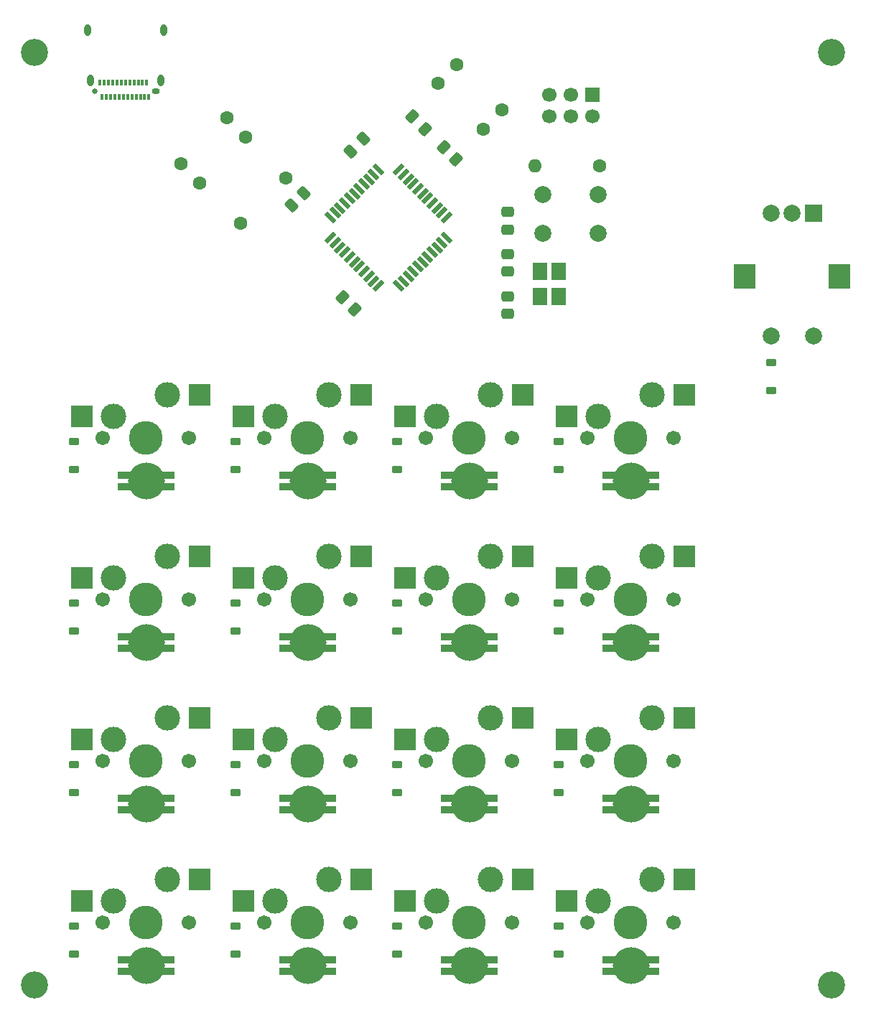
<source format=gbr>
%TF.GenerationSoftware,KiCad,Pcbnew,(7.0.0)*%
%TF.CreationDate,2023-03-09T16:04:36-06:00*%
%TF.ProjectId,RB-Macro16,52422d4d-6163-4726-9f31-362e6b696361,rev?*%
%TF.SameCoordinates,Original*%
%TF.FileFunction,Soldermask,Bot*%
%TF.FilePolarity,Negative*%
%FSLAX46Y46*%
G04 Gerber Fmt 4.6, Leading zero omitted, Abs format (unit mm)*
G04 Created by KiCad (PCBNEW (7.0.0)) date 2023-03-09 16:04:36*
%MOMM*%
%LPD*%
G01*
G04 APERTURE LIST*
G04 Aperture macros list*
%AMRoundRect*
0 Rectangle with rounded corners*
0 $1 Rounding radius*
0 $2 $3 $4 $5 $6 $7 $8 $9 X,Y pos of 4 corners*
0 Add a 4 corners polygon primitive as box body*
4,1,4,$2,$3,$4,$5,$6,$7,$8,$9,$2,$3,0*
0 Add four circle primitives for the rounded corners*
1,1,$1+$1,$2,$3*
1,1,$1+$1,$4,$5*
1,1,$1+$1,$6,$7*
1,1,$1+$1,$8,$9*
0 Add four rect primitives between the rounded corners*
20,1,$1+$1,$2,$3,$4,$5,0*
20,1,$1+$1,$4,$5,$6,$7,0*
20,1,$1+$1,$6,$7,$8,$9,0*
20,1,$1+$1,$8,$9,$2,$3,0*%
%AMHorizOval*
0 Thick line with rounded ends*
0 $1 width*
0 $2 $3 position (X,Y) of the first rounded end (center of the circle)*
0 $4 $5 position (X,Y) of the second rounded end (center of the circle)*
0 Add line between two ends*
20,1,$1,$2,$3,$4,$5,0*
0 Add two circle primitives to create the rounded ends*
1,1,$1,$2,$3*
1,1,$1,$4,$5*%
%AMRotRect*
0 Rectangle, with rotation*
0 The origin of the aperture is its center*
0 $1 length*
0 $2 width*
0 $3 Rotation angle, in degrees counterclockwise*
0 Add horizontal line*
21,1,$1,$2,0,0,$3*%
G04 Aperture macros list end*
%ADD10C,1.701800*%
%ADD11C,3.000000*%
%ADD12C,3.987800*%
%ADD13C,4.350000*%
%ADD14R,1.800000X0.820000*%
%ADD15R,2.550000X2.500000*%
%ADD16C,3.200000*%
%ADD17R,1.700000X1.700000*%
%ADD18C,1.700000*%
%ADD19R,2.000000X2.000000*%
%ADD20C,2.000000*%
%ADD21R,2.500000X3.000000*%
%ADD22RoundRect,0.225000X0.375000X-0.225000X0.375000X0.225000X-0.375000X0.225000X-0.375000X-0.225000X0*%
%ADD23C,1.600000*%
%ADD24HorizOval,1.600000X0.000000X0.000000X0.000000X0.000000X0*%
%ADD25RoundRect,0.250000X-0.097227X0.574524X-0.574524X0.097227X0.097227X-0.574524X0.574524X-0.097227X0*%
%ADD26R,1.800000X2.100000*%
%ADD27HorizOval,1.600000X0.000000X0.000000X0.000000X0.000000X0*%
%ADD28RoundRect,0.250000X-0.475000X0.337500X-0.475000X-0.337500X0.475000X-0.337500X0.475000X0.337500X0*%
%ADD29RoundRect,0.250000X0.475000X-0.337500X0.475000X0.337500X-0.475000X0.337500X-0.475000X-0.337500X0*%
%ADD30RotRect,1.500000X0.550000X135.000000*%
%ADD31RotRect,1.500000X0.550000X225.000000*%
%ADD32RoundRect,0.250000X0.574524X0.097227X0.097227X0.574524X-0.574524X-0.097227X-0.097227X-0.574524X0*%
%ADD33O,1.600000X1.600000*%
%ADD34RoundRect,0.250000X0.097227X-0.574524X0.574524X-0.097227X-0.097227X0.574524X-0.574524X0.097227X0*%
%ADD35C,0.650000*%
%ADD36O,0.950000X0.650000*%
%ADD37R,0.300000X0.700000*%
%ADD38O,0.800000X1.400000*%
%ADD39RoundRect,0.250000X-0.574524X-0.097227X-0.097227X-0.574524X0.574524X0.097227X0.097227X0.574524X0*%
G04 APERTURE END LIST*
D10*
%TO.C,KSW9*%
X56079590Y-126606150D03*
D11*
X57349590Y-124066150D03*
D12*
X61159590Y-126606150D03*
D13*
X61210390Y-131686150D03*
D11*
X63699590Y-121526150D03*
D10*
X66239590Y-126606150D03*
D14*
X58710389Y-131006149D03*
X58710389Y-132366149D03*
X63710389Y-132366149D03*
X63710389Y-131006149D03*
D15*
X67449589Y-121526149D03*
X53599589Y-124066149D03*
%TD*%
D10*
%TO.C,KSW16*%
X113229590Y-145656150D03*
D11*
X114499590Y-143116150D03*
D12*
X118309590Y-145656150D03*
D13*
X118360390Y-150736150D03*
D11*
X120849590Y-140576150D03*
D10*
X123389590Y-145656150D03*
D14*
X115860389Y-150056149D03*
X115860389Y-151416149D03*
X120860389Y-151416149D03*
X120860389Y-150056149D03*
D15*
X124599589Y-140576149D03*
X110749589Y-143116149D03*
%TD*%
D16*
%TO.C,REF\u002A\u002A*%
X48000000Y-153000000D03*
%TD*%
D10*
%TO.C,KSW7*%
X94179590Y-107556150D03*
D11*
X95449590Y-105016150D03*
D12*
X99259590Y-107556150D03*
D13*
X99310390Y-112636150D03*
D11*
X101799590Y-102476150D03*
D10*
X104339590Y-107556150D03*
D14*
X96810389Y-111956149D03*
X96810389Y-113316149D03*
X101810389Y-113316149D03*
X101810389Y-111956149D03*
D15*
X105549589Y-102476149D03*
X91699589Y-105016149D03*
%TD*%
D10*
%TO.C,KSW3*%
X94179590Y-88506150D03*
D11*
X95449590Y-85966150D03*
D12*
X99259590Y-88506150D03*
D13*
X99310390Y-93586150D03*
D11*
X101799590Y-83426150D03*
D10*
X104339590Y-88506150D03*
D14*
X96810389Y-92906149D03*
X96810389Y-94266149D03*
X101810389Y-94266149D03*
X101810389Y-92906149D03*
D15*
X105549589Y-83426149D03*
X91699589Y-85966149D03*
%TD*%
D10*
%TO.C,KSW15*%
X94179590Y-145656150D03*
D11*
X95449590Y-143116150D03*
D12*
X99259590Y-145656150D03*
D13*
X99310390Y-150736150D03*
D11*
X101799590Y-140576150D03*
D10*
X104339590Y-145656150D03*
D14*
X96810389Y-150056149D03*
X96810389Y-151416149D03*
X101810389Y-151416149D03*
X101810389Y-150056149D03*
D15*
X105549589Y-140576149D03*
X91699589Y-143116149D03*
%TD*%
D16*
%TO.C,REF\u002A\u002A*%
X142000000Y-153000000D03*
%TD*%
D17*
%TO.C,J2*%
X113769999Y-48009999D03*
D18*
X113770000Y-50550000D03*
X111230000Y-48010000D03*
X111230000Y-50550000D03*
X108690000Y-48010000D03*
X108690000Y-50550000D03*
%TD*%
D10*
%TO.C,KSW6*%
X75129590Y-107556150D03*
D11*
X76399590Y-105016150D03*
D12*
X80209590Y-107556150D03*
D13*
X80260390Y-112636150D03*
D11*
X82749590Y-102476150D03*
D10*
X85289590Y-107556150D03*
D14*
X77760389Y-111956149D03*
X77760389Y-113316149D03*
X82760389Y-113316149D03*
X82760389Y-111956149D03*
D15*
X86499589Y-102476149D03*
X72649589Y-105016149D03*
%TD*%
D10*
%TO.C,KSW14*%
X75129590Y-145656150D03*
D11*
X76399590Y-143116150D03*
D12*
X80209590Y-145656150D03*
D13*
X80260390Y-150736150D03*
D11*
X82749590Y-140576150D03*
D10*
X85289590Y-145656150D03*
D14*
X77760389Y-150056149D03*
X77760389Y-151416149D03*
X82760389Y-151416149D03*
X82760389Y-150056149D03*
D15*
X86499589Y-140576149D03*
X72649589Y-143116149D03*
%TD*%
D10*
%TO.C,KSW1*%
X56079590Y-88506150D03*
D11*
X57349590Y-85966150D03*
D12*
X61159590Y-88506150D03*
D13*
X61210390Y-93586150D03*
D11*
X63699590Y-83426150D03*
D10*
X66239590Y-88506150D03*
D14*
X58710389Y-92906149D03*
X58710389Y-94266149D03*
X63710389Y-94266149D03*
X63710389Y-92906149D03*
D15*
X67449589Y-83426149D03*
X53599589Y-85966149D03*
%TD*%
D10*
%TO.C,KSW2*%
X75129590Y-88506150D03*
D11*
X76399590Y-85966150D03*
D12*
X80209590Y-88506150D03*
D13*
X80260390Y-93586150D03*
D11*
X82749590Y-83426150D03*
D10*
X85289590Y-88506150D03*
D14*
X77760389Y-92906149D03*
X77760389Y-94266149D03*
X82760389Y-94266149D03*
X82760389Y-92906149D03*
D15*
X86499589Y-83426149D03*
X72649589Y-85966149D03*
%TD*%
D10*
%TO.C,KSW5*%
X56079590Y-107556150D03*
D11*
X57349590Y-105016150D03*
D12*
X61159590Y-107556150D03*
D13*
X61210390Y-112636150D03*
D11*
X63699590Y-102476150D03*
D10*
X66239590Y-107556150D03*
D14*
X58710389Y-111956149D03*
X58710389Y-113316149D03*
X63710389Y-113316149D03*
X63710389Y-111956149D03*
D15*
X67449589Y-102476149D03*
X53599589Y-105016149D03*
%TD*%
D19*
%TO.C,RSW1*%
X139859589Y-61956149D03*
D20*
X134859590Y-61956150D03*
X137359590Y-61956150D03*
D21*
X142959589Y-69456149D03*
X131759589Y-69456149D03*
D20*
X139859590Y-76456150D03*
X134859590Y-76456150D03*
%TD*%
D10*
%TO.C,KSW12*%
X113229590Y-126606150D03*
D11*
X114499590Y-124066150D03*
D12*
X118309590Y-126606150D03*
D13*
X118360390Y-131686150D03*
D11*
X120849590Y-121526150D03*
D10*
X123389590Y-126606150D03*
D14*
X115860389Y-131006149D03*
X115860389Y-132366149D03*
X120860389Y-132366149D03*
X120860389Y-131006149D03*
D15*
X124599589Y-121526149D03*
X110749589Y-124066149D03*
%TD*%
D10*
%TO.C,KSW10*%
X75129590Y-126606150D03*
D11*
X76399590Y-124066150D03*
D12*
X80209590Y-126606150D03*
D13*
X80260390Y-131686150D03*
D11*
X82749590Y-121526150D03*
D10*
X85289590Y-126606150D03*
D14*
X77760389Y-131006149D03*
X77760389Y-132366149D03*
X82760389Y-132366149D03*
X82760389Y-131006149D03*
D15*
X86499589Y-121526149D03*
X72649589Y-124066149D03*
%TD*%
D16*
%TO.C,REF\u002A\u002A*%
X142000000Y-43000000D03*
%TD*%
%TO.C,REF\u002A\u002A*%
X48000000Y-43000000D03*
%TD*%
D10*
%TO.C,KSW11*%
X94179590Y-126606150D03*
D11*
X95449590Y-124066150D03*
D12*
X99259590Y-126606150D03*
D13*
X99310390Y-131686150D03*
D11*
X101799590Y-121526150D03*
D10*
X104339590Y-126606150D03*
D14*
X96810389Y-131006149D03*
X96810389Y-132366149D03*
X101810389Y-132366149D03*
X101810389Y-131006149D03*
D15*
X105549589Y-121526149D03*
X91699589Y-124066149D03*
%TD*%
D10*
%TO.C,KSW8*%
X113229590Y-107556150D03*
D11*
X114499590Y-105016150D03*
D12*
X118309590Y-107556150D03*
D13*
X118360390Y-112636150D03*
D11*
X120849590Y-102476150D03*
D10*
X123389590Y-107556150D03*
D14*
X115860389Y-111956149D03*
X115860389Y-113316149D03*
X120860389Y-113316149D03*
X120860389Y-111956149D03*
D15*
X124599589Y-102476149D03*
X110749589Y-105016149D03*
%TD*%
D10*
%TO.C,KSW13*%
X56079590Y-145656150D03*
D11*
X57349590Y-143116150D03*
D12*
X61159590Y-145656150D03*
D13*
X61210390Y-150736150D03*
D11*
X63699590Y-140576150D03*
D10*
X66239590Y-145656150D03*
D14*
X58710389Y-150056149D03*
X58710389Y-151416149D03*
X63710389Y-151416149D03*
X63710389Y-150056149D03*
D15*
X67449589Y-140576149D03*
X53599589Y-143116149D03*
%TD*%
D10*
%TO.C,KSW4*%
X113229590Y-88506150D03*
D11*
X114499590Y-85966150D03*
D12*
X118309590Y-88506150D03*
D13*
X118360390Y-93586150D03*
D11*
X120849590Y-83426150D03*
D10*
X123389590Y-88506150D03*
D14*
X115860389Y-92906149D03*
X115860389Y-94266149D03*
X120860389Y-94266149D03*
X120860389Y-92906149D03*
D15*
X124599589Y-83426149D03*
X110749589Y-85966149D03*
%TD*%
D22*
%TO.C,D7*%
X90759590Y-111206150D03*
X90759590Y-107906150D03*
%TD*%
D23*
%TO.C,R2*%
X72295923Y-63194077D03*
D24*
X77684076Y-57805922D03*
%TD*%
D23*
%TO.C,R4*%
X65295923Y-56114077D03*
D24*
X70684076Y-50725922D03*
%TD*%
D25*
%TO.C,C24*%
X86753623Y-53206377D03*
X85286377Y-54673623D03*
%TD*%
D26*
%TO.C,X1*%
X107619999Y-71759999D03*
X107619999Y-68859999D03*
X109819999Y-68859999D03*
X109819999Y-71759999D03*
%TD*%
D20*
%TO.C,SW1*%
X107990000Y-64300000D03*
X114490000Y-64300000D03*
X107990000Y-59800000D03*
X114490000Y-59800000D03*
%TD*%
D22*
%TO.C,D17*%
X134862090Y-82906150D03*
X134862090Y-79606150D03*
%TD*%
D23*
%TO.C,R6*%
X95565923Y-46655923D03*
D27*
X100954076Y-52044076D03*
%TD*%
D22*
%TO.C,D13*%
X52659590Y-149306150D03*
X52659590Y-146006150D03*
%TD*%
%TO.C,D10*%
X71709590Y-130256150D03*
X71709590Y-126956150D03*
%TD*%
%TO.C,D16*%
X109809590Y-149306150D03*
X109809590Y-146006150D03*
%TD*%
D28*
%TO.C,C17*%
X103820000Y-71750000D03*
X103820000Y-73825000D03*
%TD*%
D22*
%TO.C,D4*%
X109809590Y-92156150D03*
X109809590Y-88856150D03*
%TD*%
%TO.C,D3*%
X90759590Y-92156150D03*
X90759590Y-88856150D03*
%TD*%
D28*
%TO.C,C22*%
X103820000Y-61815000D03*
X103820000Y-63890000D03*
%TD*%
D29*
%TO.C,C18*%
X103820000Y-68857500D03*
X103820000Y-66782500D03*
%TD*%
D30*
%TO.C,U1*%
X88567917Y-56821063D03*
X88002232Y-57386749D03*
X87436547Y-57952434D03*
X86870861Y-58518119D03*
X86305176Y-59083805D03*
X85739490Y-59649490D03*
X85173805Y-60215176D03*
X84608119Y-60780861D03*
X84042434Y-61346547D03*
X83476749Y-61912232D03*
X82911063Y-62477917D03*
D31*
X82911063Y-64882081D03*
X83476749Y-65447766D03*
X84042434Y-66013451D03*
X84608119Y-66579137D03*
X85173805Y-67144822D03*
X85739490Y-67710508D03*
X86305176Y-68276193D03*
X86870861Y-68841879D03*
X87436547Y-69407564D03*
X88002232Y-69973249D03*
X88567917Y-70538935D03*
D30*
X90972081Y-70538935D03*
X91537766Y-69973249D03*
X92103451Y-69407564D03*
X92669137Y-68841879D03*
X93234822Y-68276193D03*
X93800508Y-67710508D03*
X94366193Y-67144822D03*
X94931879Y-66579137D03*
X95497564Y-66013451D03*
X96063249Y-65447766D03*
X96628935Y-64882081D03*
D31*
X96628935Y-62477917D03*
X96063249Y-61912232D03*
X95497564Y-61346547D03*
X94931879Y-60780861D03*
X94366193Y-60215176D03*
X93800508Y-59649490D03*
X93234822Y-59083805D03*
X92669137Y-58518119D03*
X92103451Y-57952434D03*
X91537766Y-57386749D03*
X90972081Y-56821063D03*
%TD*%
D22*
%TO.C,D12*%
X109809590Y-130256150D03*
X109809590Y-126956150D03*
%TD*%
D23*
%TO.C,R3*%
X67525923Y-58374077D03*
D24*
X72914076Y-52985922D03*
%TD*%
D22*
%TO.C,D5*%
X52659590Y-111206150D03*
X52659590Y-107906150D03*
%TD*%
D32*
%TO.C,C21*%
X94043623Y-52033623D03*
X92576377Y-50566377D03*
%TD*%
D23*
%TO.C,R1*%
X114680000Y-56390000D03*
D33*
X107059999Y-56389999D03*
%TD*%
D34*
%TO.C,C20*%
X78336377Y-61073623D03*
X79803623Y-59606377D03*
%TD*%
D35*
%TO.C,J1*%
X55159590Y-47566150D03*
D36*
X62359589Y-47566149D03*
D37*
X56009589Y-48226149D03*
X56509589Y-48226149D03*
X57009589Y-48226149D03*
X57509589Y-48226149D03*
X58009589Y-48226149D03*
X58509589Y-48226149D03*
X59009589Y-48226149D03*
X59509589Y-48226149D03*
X60009589Y-48226149D03*
X60509589Y-48226149D03*
X61009589Y-48226149D03*
X61509589Y-48226149D03*
X61259589Y-46526149D03*
X60759589Y-46526149D03*
X60259589Y-46526149D03*
X59759589Y-46526149D03*
X59259589Y-46526149D03*
X58759589Y-46526149D03*
X58259589Y-46526149D03*
X57759589Y-46526149D03*
X57259589Y-46526149D03*
X56759589Y-46526149D03*
X56259589Y-46526149D03*
X55759589Y-46526149D03*
D38*
X54269589Y-40366149D03*
X54629589Y-46316149D03*
X62889589Y-46316149D03*
X63249589Y-40366149D03*
%TD*%
D22*
%TO.C,D2*%
X71709590Y-92156150D03*
X71709590Y-88856150D03*
%TD*%
D23*
%TO.C,R5*%
X97781846Y-44421846D03*
D27*
X103169999Y-49809999D03*
%TD*%
D22*
%TO.C,D11*%
X90759590Y-130256150D03*
X90759590Y-126956150D03*
%TD*%
%TO.C,D1*%
X52659590Y-92156150D03*
X52659590Y-88856150D03*
%TD*%
%TO.C,D15*%
X90759590Y-149306150D03*
X90759590Y-146006150D03*
%TD*%
%TO.C,D14*%
X71709590Y-149306150D03*
X71709590Y-146006150D03*
%TD*%
%TO.C,D9*%
X52659590Y-130256150D03*
X52659590Y-126956150D03*
%TD*%
D32*
%TO.C,C19*%
X97703623Y-55613623D03*
X96236377Y-54146377D03*
%TD*%
D39*
%TO.C,C23*%
X84336377Y-71856377D03*
X85803623Y-73323623D03*
%TD*%
D22*
%TO.C,D8*%
X109809590Y-111206150D03*
X109809590Y-107906150D03*
%TD*%
%TO.C,D6*%
X71709590Y-111206150D03*
X71709590Y-107906150D03*
%TD*%
M02*

</source>
